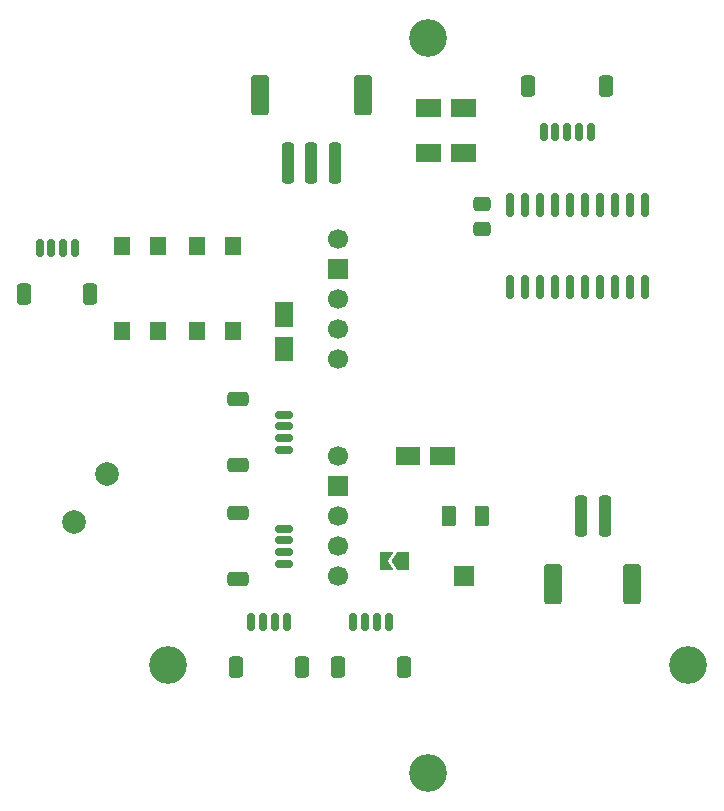
<source format=gbr>
%TF.GenerationSoftware,KiCad,Pcbnew,7.0.7*%
%TF.CreationDate,2023-08-31T16:12:04-04:00*%
%TF.ProjectId,protopico,70726f74-6f70-4696-936f-2e6b69636164,rev?*%
%TF.SameCoordinates,Original*%
%TF.FileFunction,Soldermask,Top*%
%TF.FilePolarity,Negative*%
%FSLAX46Y46*%
G04 Gerber Fmt 4.6, Leading zero omitted, Abs format (unit mm)*
G04 Created by KiCad (PCBNEW 7.0.7) date 2023-08-31 16:12:04*
%MOMM*%
%LPD*%
G01*
G04 APERTURE LIST*
G04 Aperture macros list*
%AMRoundRect*
0 Rectangle with rounded corners*
0 $1 Rounding radius*
0 $2 $3 $4 $5 $6 $7 $8 $9 X,Y pos of 4 corners*
0 Add a 4 corners polygon primitive as box body*
4,1,4,$2,$3,$4,$5,$6,$7,$8,$9,$2,$3,0*
0 Add four circle primitives for the rounded corners*
1,1,$1+$1,$2,$3*
1,1,$1+$1,$4,$5*
1,1,$1+$1,$6,$7*
1,1,$1+$1,$8,$9*
0 Add four rect primitives between the rounded corners*
20,1,$1+$1,$2,$3,$4,$5,0*
20,1,$1+$1,$4,$5,$6,$7,0*
20,1,$1+$1,$6,$7,$8,$9,0*
20,1,$1+$1,$8,$9,$2,$3,0*%
%AMFreePoly0*
4,1,6,1.000000,0.000000,0.500000,-0.750000,-0.500000,-0.750000,-0.500000,0.750000,0.500000,0.750000,1.000000,0.000000,1.000000,0.000000,$1*%
%AMFreePoly1*
4,1,6,0.500000,-0.750000,-0.650000,-0.750000,-0.150000,0.000000,-0.650000,0.750000,0.500000,0.750000,0.500000,-0.750000,0.500000,-0.750000,$1*%
G04 Aperture macros list end*
%ADD10FreePoly0,180.000000*%
%ADD11FreePoly1,180.000000*%
%ADD12C,3.200000*%
%ADD13R,1.500000X1.500000*%
%ADD14FreePoly0,0.000000*%
%ADD15RoundRect,0.250000X-0.250000X-1.500000X0.250000X-1.500000X0.250000X1.500000X-0.250000X1.500000X0*%
%ADD16RoundRect,0.250001X-0.499999X-1.449999X0.499999X-1.449999X0.499999X1.449999X-0.499999X1.449999X0*%
%ADD17R,1.400000X1.600000*%
%ADD18RoundRect,0.150000X0.150000X-0.837500X0.150000X0.837500X-0.150000X0.837500X-0.150000X-0.837500X0*%
%ADD19C,2.000000*%
%ADD20RoundRect,0.250000X0.250000X1.500000X-0.250000X1.500000X-0.250000X-1.500000X0.250000X-1.500000X0*%
%ADD21RoundRect,0.250001X0.499999X1.449999X-0.499999X1.449999X-0.499999X-1.449999X0.499999X-1.449999X0*%
%ADD22RoundRect,0.150000X-0.150000X-0.625000X0.150000X-0.625000X0.150000X0.625000X-0.150000X0.625000X0*%
%ADD23RoundRect,0.250000X-0.350000X-0.650000X0.350000X-0.650000X0.350000X0.650000X-0.350000X0.650000X0*%
%ADD24RoundRect,0.150000X0.150000X0.625000X-0.150000X0.625000X-0.150000X-0.625000X0.150000X-0.625000X0*%
%ADD25RoundRect,0.250000X0.350000X0.650000X-0.350000X0.650000X-0.350000X-0.650000X0.350000X-0.650000X0*%
%ADD26FreePoly0,90.000000*%
%ADD27FreePoly0,270.000000*%
%ADD28RoundRect,0.250000X-0.475000X0.337500X-0.475000X-0.337500X0.475000X-0.337500X0.475000X0.337500X0*%
%ADD29RoundRect,0.250000X0.375000X0.625000X-0.375000X0.625000X-0.375000X-0.625000X0.375000X-0.625000X0*%
%ADD30RoundRect,0.150000X-0.625000X0.150000X-0.625000X-0.150000X0.625000X-0.150000X0.625000X0.150000X0*%
%ADD31RoundRect,0.250000X-0.650000X0.350000X-0.650000X-0.350000X0.650000X-0.350000X0.650000X0.350000X0*%
%ADD32C,1.695450*%
%ADD33R,1.695450X1.695450*%
G04 APERTURE END LIST*
D10*
%TO.C,JP5*%
X147791000Y-113030000D03*
D11*
X146341000Y-113030000D03*
%TD*%
D12*
%TO.C,H2*%
X127858373Y-121823627D03*
%TD*%
%TO.C,H3*%
X171861627Y-121823627D03*
%TD*%
D13*
%TO.C,JP4*%
X150838000Y-104140000D03*
X148438000Y-104140000D03*
D10*
X151638000Y-104140000D03*
D14*
X147638000Y-104140000D03*
%TD*%
D15*
%TO.C,J5*%
X162830000Y-109220000D03*
X164830000Y-109220000D03*
D16*
X160480000Y-114970000D03*
X167180000Y-114970000D03*
%TD*%
D12*
%TO.C,H4*%
X149860000Y-130937000D03*
%TD*%
D17*
%TO.C,SW2*%
X130326000Y-93516000D03*
X130326000Y-86316000D03*
X133326000Y-93516000D03*
X133326000Y-86316000D03*
%TD*%
D18*
%TO.C,U1*%
X156845000Y-89822500D03*
X158115000Y-89822500D03*
X159385000Y-89822500D03*
X160655000Y-89822500D03*
X161925000Y-89822500D03*
X163195000Y-89822500D03*
X164465000Y-89822500D03*
X165735000Y-89822500D03*
X167005000Y-89822500D03*
X168275000Y-89822500D03*
X168275000Y-82897500D03*
X167005000Y-82897500D03*
X165735000Y-82897500D03*
X164465000Y-82897500D03*
X163195000Y-82897500D03*
X161925000Y-82897500D03*
X160655000Y-82897500D03*
X159385000Y-82897500D03*
X158115000Y-82897500D03*
X156845000Y-82897500D03*
%TD*%
D12*
%TO.C,H1*%
X149860000Y-68707000D03*
%TD*%
D13*
%TO.C,JP2*%
X150184000Y-78486000D03*
X152584000Y-78486000D03*
D14*
X149384000Y-78486000D03*
D10*
X153384000Y-78486000D03*
%TD*%
D19*
%TO.C,TP2*%
X119888000Y-109728000D03*
%TD*%
D13*
%TO.C,JP1*%
X150184000Y-74676000D03*
X152584000Y-74676000D03*
D14*
X149384000Y-74676000D03*
D10*
X153384000Y-74676000D03*
%TD*%
D20*
%TO.C,J2*%
X141986000Y-79283000D03*
X139986000Y-79283000D03*
X137986000Y-79283000D03*
D21*
X144336000Y-73533000D03*
X135636000Y-73533000D03*
%TD*%
D19*
%TO.C,TP1*%
X122682000Y-105664000D03*
%TD*%
D22*
%TO.C,J7*%
X143534000Y-118142000D03*
X144534000Y-118142000D03*
X145534000Y-118142000D03*
X146534000Y-118142000D03*
D23*
X142234000Y-122017000D03*
X147834000Y-122017000D03*
%TD*%
D24*
%TO.C,J1*%
X163655000Y-76676000D03*
X162655000Y-76676000D03*
X161655000Y-76676000D03*
X160655000Y-76676000D03*
X159655000Y-76676000D03*
D25*
X164955000Y-72801000D03*
X158355000Y-72801000D03*
%TD*%
D13*
%TO.C,JP3*%
X137668000Y-94799000D03*
X137668000Y-92399000D03*
D26*
X137668000Y-95599000D03*
D27*
X137668000Y-91599000D03*
%TD*%
D22*
%TO.C,J3*%
X116991000Y-86519000D03*
X117991000Y-86519000D03*
X118991000Y-86519000D03*
X119991000Y-86519000D03*
D23*
X115691000Y-90394000D03*
X121291000Y-90394000D03*
%TD*%
D22*
%TO.C,J6*%
X134892000Y-118142000D03*
X135892000Y-118142000D03*
X136892000Y-118142000D03*
X137892000Y-118142000D03*
D23*
X133592000Y-122017000D03*
X139192000Y-122017000D03*
%TD*%
D28*
%TO.C,C1*%
X154432000Y-82804000D03*
X154432000Y-84879000D03*
%TD*%
D29*
%TO.C,F1*%
X154438000Y-109220000D03*
X151638000Y-109220000D03*
%TD*%
D17*
%TO.C,SW1*%
X124000000Y-93516000D03*
X124000000Y-86316000D03*
X127000000Y-93516000D03*
X127000000Y-86316000D03*
%TD*%
D30*
%TO.C,M1*%
X137636000Y-110260000D03*
X137636000Y-111260000D03*
X137636000Y-112260000D03*
X137636000Y-113260000D03*
D31*
X133761000Y-108960000D03*
X133761000Y-114560000D03*
%TD*%
D30*
%TO.C,J4*%
X137636000Y-100608000D03*
X137636000Y-101608000D03*
X137636000Y-102608000D03*
X137636000Y-103608000D03*
D31*
X133761000Y-99308000D03*
X133761000Y-104908000D03*
%TD*%
D32*
%TO.C,VR2*%
X142240000Y-114300000D03*
X142240000Y-111760000D03*
X142240000Y-109220000D03*
D33*
X142240000Y-106680000D03*
D32*
X142240000Y-104140000D03*
D33*
X152908000Y-114300000D03*
%TD*%
D32*
%TO.C,VR1*%
X142240000Y-95885000D03*
X142240000Y-93345000D03*
X142240000Y-90805000D03*
D33*
X142240000Y-88265000D03*
D32*
X142240000Y-85725000D03*
%TD*%
M02*

</source>
